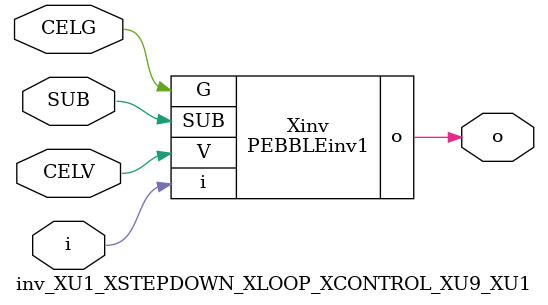
<source format=v>



module PEBBLEinv1 ( o, G, SUB, V, i );

  input V;
  input i;
  input G;
  output o;
  input SUB;
endmodule

//Celera Confidential Do Not Copy inv_XU1_XSTEPDOWN_XLOOP_XCONTROL_XU9_XU1
//Celera Confidential Symbol Generator
//5V Inverter
module inv_XU1_XSTEPDOWN_XLOOP_XCONTROL_XU9_XU1 (CELV,CELG,i,o,SUB);
input CELV;
input CELG;
input i;
input SUB;
output o;

//Celera Confidential Do Not Copy inv
PEBBLEinv1 Xinv(
.V (CELV),
.i (i),
.o (o),
.SUB (SUB),
.G (CELG)
);
//,diesize,PEBBLEinv1

//Celera Confidential Do Not Copy Module End
//Celera Schematic Generator
endmodule

</source>
